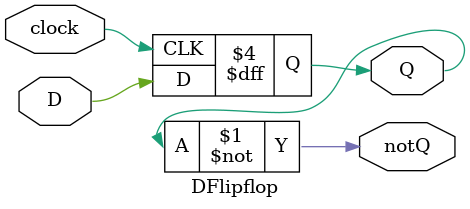
<source format=v>
module DFlipflop(
    input D,
    input clock,
    output reg Q,
    output notQ
    );
    
    assign notQ = ~Q;
    
    initial begin    
    Q <=0;
    
    end
    
    always@(posedge clock)
        Q <= D;
        
endmodule

</source>
